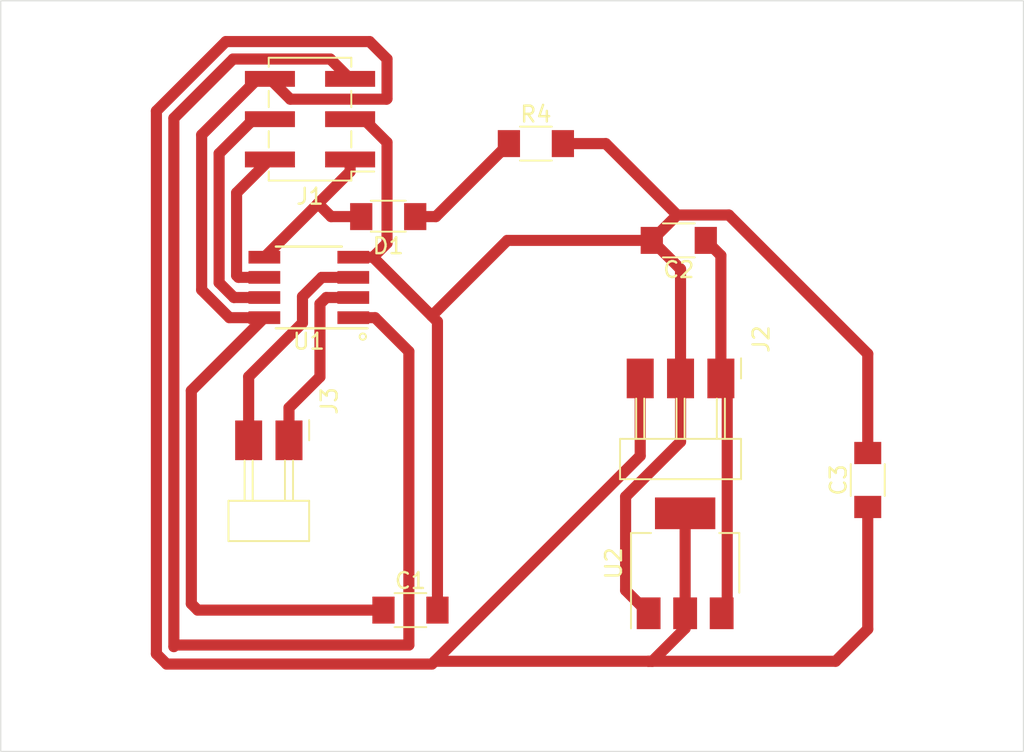
<source format=kicad_pcb>
(kicad_pcb (version 20240108) (generator "pcbnew") (generator_version "8.0")
  (layers (0 "F.Cu" signal) (31 "B.Cu" signal) (34 "B.Paste" user) (35 "F.Paste" user) (36 "B.SilkS" user "B.Silkscreen") (37 "F.SilkS" user "F.Silkscreen") (38 "B.Mask" user) (39 "F.Mask" user) (44 "Edge.Cuts" user))
  (net 0 "")
  (net 1 "PWR_5V")
  (net 2 "PWR_GND")
  (net 3 "/sck")
  (net 4 "/mosi")
  (net 5 "/rst")
  (net 6 "/miso")
  (net 7 "Net-(J3-Pin_1)")
  (net 8 "Net-(J3-Pin_2)")
  (net 9 "Net-(D1-K)")
  (net 10 "/vin")
  (footprint "fab:C_1206" (layer "F.Cu") (at 128.9 72.5 180)
    (property "Reference" "C2" (at 0 -1.85 180) (layer "F.SilkS"))
    (property "Value" "C_1206" (hide yes))
    (fp_line (start 1 1.07) (end -1 1.07) (stroke (width 0.12)) (layer "F.SilkS"))
    (fp_line (start -1 -1.07) (end 1 -1.07) (stroke (width 0.12)) (layer "F.SilkS"))
    (pad "1" smd rect (at -1.7 0 180) (size 1.4 1.7) (layers "F.Cu" "F.Paste" "F.Mask") (net 10 "/vin"))
    (pad "2" smd rect (at 1.7 0 180) (size 1.4 1.7) (layers "F.Cu" "F.Paste" "F.Mask") (net 2 "PWR_GND"))
  )
  (footprint "fab:LED_1206" (layer "F.Cu") (at 110.6 71 180)
    (property "Reference" "D1" (at 0 -1.85 180) (layer "F.SilkS"))
    (property "Value" "LED_1206" (hide yes))
    (fp_line (start -1.1 1) (end 1.1 1) (stroke (width 0.12)) (layer "F.SilkS"))
    (fp_line (start -1.1 -0.95) (end 1.1 -0.95) (stroke (width 0.12)) (layer "F.SilkS"))
    (pad "1" smd rect (at -1.7 0 180) (size 1.4 1.7) (layers "F.Cu" "F.Paste" "F.Mask") (net 9 "Net-(D1-K)"))
    (pad "2" smd rect (at 1.7 0 180) (size 1.4 1.7) (layers "F.Cu" "F.Paste" "F.Mask") (net 4 "/mosi"))
  )
  (footprint "fab:PinHeader_1x02_P2.54mm_Horizontal_SMD" (layer "F.Cu") (at 104.35 85.1 -90)
    (property "Reference" "J3" (at -1.524 -2.54 90) (layer "F.SilkS") (effects (justify left)))
    (property "Value" "Conn_PinHeader_1x02_P2.54mm_Horizontal_SMD" (hide yes))
    (fp_line (start 3.81 3.81) (end 3.81 -1.27) (stroke (width 0.12)) (layer "F.SilkS"))
    (fp_line (start 6.35 3.81) (end 3.81 3.81) (stroke (width 0.12)) (layer "F.SilkS"))
    (fp_line (start 3.81 2.794) (end 1.27 2.794) (stroke (width 0.12)) (layer "F.SilkS"))
    (fp_line (start 3.81 2.286) (end 1.27 2.286) (stroke (width 0.12)) (layer "F.SilkS"))
    (fp_line (start 3.81 0.254) (end 1.27 0.254) (stroke (width 0.12)) (layer "F.SilkS"))
    (fp_line (start 3.81 -0.254) (end 1.27 -0.254) (stroke (width 0.12)) (layer "F.SilkS"))
    (fp_line (start -1.27 -1.27) (end 0 -1.27) (stroke (width 0.12)) (layer "F.SilkS"))
    (fp_line (start 3.81 -1.27) (end 6.35 -1.27) (stroke (width 0.12)) (layer "F.SilkS"))
    (fp_line (start 6.35 -1.27) (end 6.35 3.81) (stroke (width 0.12)) (layer "F.SilkS"))
    (pad "1" smd rect (at 0 0 270) (size 2.5 1.7) (layers "F.Cu" "F.Paste" "F.Mask") (net 7 "Net-(J3-Pin_1)"))
    (pad "2" smd rect (at 0 2.54 270) (size 2.5 1.7) (layers "F.Cu" "F.Paste" "F.Mask") (net 8 "Net-(J3-Pin_2)"))
  )
  (footprint "fab:SOIC-8_3.9x4.9mm_P1.27mm" (layer "F.Cu") (at 105.6 75.465 180)
    (property "Reference" "U1" (at 0 -3.4 180) (layer "F.SilkS"))
    (property "Value" "Microcontroller_ATtiny45V-10SU" (hide yes))
    (fp_line (start -2.075 2.575) (end 2.075 2.575) (stroke (width 0.15)) (layer "F.SilkS"))
    (fp_line (start -3.69 -2.575) (end 2.075 -2.575) (stroke (width 0.15)) (layer "F.SilkS"))
    (fp_circle (center -3.4 -3.1) (end -3.2 -3.1) (stroke (width 0.12)) (fill none) (layer "F.SilkS"))
    (pad "1" smd rect (at -2.8 -1.905 180) (size 2 0.8) (layers "F.Cu" "F.Paste" "F.Mask") (net 5 "/rst"))
    (pad "2" smd rect (at -2.8 -0.635 180) (size 2 0.8) (layers "F.Cu" "F.Paste" "F.Mask") (net 7 "Net-(J3-Pin_1)"))
    (pad "3" smd rect (at -2.8 0.635 180) (size 2 0.8) (layers "F.Cu" "F.Paste" "F.Mask") (net 8 "Net-(J3-Pin_2)"))
    (pad "4" smd rect (at -2.8 1.905 180) (size 2 0.8) (layers "F.Cu" "F.Paste" "F.Mask") (net 2 "PWR_GND"))
    (pad "5" smd rect (at 2.8 1.905 180) (size 2 0.8) (layers "F.Cu" "F.Paste" "F.Mask") (net 4 "/mosi"))
    (pad "6" smd rect (at 2.8 0.635 180) (size 2 0.8) (layers "F.Cu" "F.Paste" "F.Mask") (net 6 "/miso"))
    (pad "7" smd rect (at 2.8 -0.635 180) (size 2 0.8) (layers "F.Cu" "F.Paste" "F.Mask") (net 3 "/sck"))
    (pad "8" smd rect (at 2.8 -1.905 180) (size 2 0.8) (layers "F.Cu" "F.Paste" "F.Mask") (net 1 "PWR_5V"))
  )
  (footprint "fab:R_1206" (layer "F.Cu") (at 119.9 66.4)
    (property "Reference" "R4" (at 0 -1.85 0) (layer "F.SilkS"))
    (property "Value" "R_1206" (hide yes))
    (fp_line (start -1 -1.07) (end 1 -1.07) (stroke (width 0.12)) (layer "F.SilkS"))
    (fp_line (start 1 1.07) (end -1 1.07) (stroke (width 0.12)) (layer "F.SilkS"))
    (pad "1" smd rect (at -1.7 0) (size 1.4 1.7) (layers "F.Cu" "F.Paste" "F.Mask") (net 9 "Net-(D1-K)"))
    (pad "2" smd rect (at 1.7 0) (size 1.4 1.7) (layers "F.Cu" "F.Paste" "F.Mask") (net 2 "PWR_GND"))
  )
  (footprint "fab:C_1206" (layer "F.Cu") (at 112 95.8)
    (property "Reference" "C1" (at 0 -1.85 0) (layer "F.SilkS"))
    (property "Value" "C_1206" (hide yes))
    (fp_line (start -1 -1.07) (end 1 -1.07) (stroke (width 0.12)) (layer "F.SilkS"))
    (fp_line (start 1 1.07) (end -1 1.07) (stroke (width 0.12)) (layer "F.SilkS"))
    (pad "1" smd rect (at -1.7 0) (size 1.4 1.7) (layers "F.Cu" "F.Paste" "F.Mask") (net 1 "PWR_5V"))
    (pad "2" smd rect (at 1.7 0) (size 1.4 1.7) (layers "F.Cu" "F.Paste" "F.Mask") (net 2 "PWR_GND"))
  )
  (footprint "fab:PinHeader_2x03_P2.54mm_Vertical_SMD" (layer "F.Cu") (at 105.675 64.86 180)
    (property "Reference" "J1" (at 0 -4.87 180) (layer "F.SilkS"))
    (property "Value" "Conn_PinHeader_2x03_P2.54mm_Vertical_SMD" (hide yes))
    (fp_line (start 2.6 3.3) (end 2.6 3.87) (stroke (width 0.12)) (layer "F.SilkS"))
    (fp_line (start 2.6 0.76) (end 2.6 1.78) (stroke (width 0.12)) (layer "F.SilkS"))
    (fp_line (start 2.6 -1.78) (end 2.6 -0.76) (stroke (width 0.12)) (layer "F.SilkS"))
    (fp_line (start 2.6 -3.87) (end 2.6 -3.3) (stroke (width 0.12)) (layer "F.SilkS"))
    (fp_line (start -2.6 3.87) (end 2.6 3.87) (stroke (width 0.12)) (layer "F.SilkS"))
    (fp_line (start -2.6 3.3) (end -2.6 3.87) (stroke (width 0.12)) (layer "F.SilkS"))
    (fp_line (start -2.6 0.76) (end -2.6 1.78) (stroke (width 0.12)) (layer "F.SilkS"))
    (fp_line (start -2.6 -1.78) (end -2.6 -0.76) (stroke (width 0.12)) (layer "F.SilkS"))
    (fp_line (start -2.6 -3.87) (end 2.6 -3.87) (stroke (width 0.12)) (layer "F.SilkS"))
    (fp_line (start -2.6 -3.87) (end -2.6 -3.3) (stroke (width 0.12)) (layer "F.SilkS"))
    (fp_line (start -4.04 -3.3) (end -2.6 -3.3) (stroke (width 0.12)) (layer "F.SilkS"))
    (pad "1" smd rect (at -2.525 -2.54 180) (size 3.15 1) (layers "F.Cu" "F.Paste" "F.Mask") (net 4 "/mosi"))
    (pad "2" smd rect (at 2.525 -2.54 180) (size 3.15 1) (layers "F.Cu" "F.Paste" "F.Mask") (net 6 "/miso"))
    (pad "3" smd rect (at -2.525 0 180) (size 3.15 1) (layers "F.Cu" "F.Paste" "F.Mask") (net 2 "PWR_GND"))
    (pad "4" smd rect (at 2.525 0 180) (size 3.15 1) (layers "F.Cu" "F.Paste" "F.Mask") (net 3 "/sck"))
    (pad "5" smd rect (at -2.525 2.54 180) (size 3.15 1) (layers "F.Cu" "F.Paste" "F.Mask") (net 5 "/rst"))
    (pad "6" smd rect (at 2.525 2.54 180) (size 3.15 1) (layers "F.Cu" "F.Paste" "F.Mask") (net 1 "PWR_5V"))
  )
  (footprint "fab:C_1206" (layer "F.Cu") (at 140.8 87.6 90)
    (property "Reference" "C3" (at 0 -1.85 270) (layer "F.SilkS"))
    (property "Value" "C_1206" (hide yes))
    (fp_line (start -1 -1.07) (end 1 -1.07) (stroke (width 0.12)) (layer "F.SilkS"))
    (fp_line (start 1 1.07) (end -1 1.07) (stroke (width 0.12)) (layer "F.SilkS"))
    (pad "1" smd rect (at -1.7 0 90) (size 1.4 1.7) (layers "F.Cu" "F.Paste" "F.Mask") (net 1 "PWR_5V"))
    (pad "2" smd rect (at 1.7 0 90) (size 1.4 1.7) (layers "F.Cu" "F.Paste" "F.Mask") (net 2 "PWR_GND"))
  )
  (footprint "fab:PinHeader_1x03_P2.54mm_Horizontal_SMD" (layer "F.Cu") (at 131.55 81.2 -90)
    (property "Reference" "J2" (at -1.524 -2.54 90) (layer "F.SilkS") (effects (justify left)))
    (property "Value" "Conn_PinHeader_1x03_P2.54mm_Horizontal_SMD" (hide yes))
    (fp_line (start 3.81 6.35) (end 3.81 -1.27) (stroke (width 0.12)) (layer "F.SilkS"))
    (fp_line (start 6.35 6.35) (end 3.81 6.35) (stroke (width 0.12)) (layer "F.SilkS"))
    (fp_line (start 3.81 5.334) (end 1.27 5.334) (stroke (width 0.12)) (layer "F.SilkS"))
    (fp_line (start 3.81 4.826) (end 1.27 4.826) (stroke (width 0.12)) (layer "F.SilkS"))
    (fp_line (start 3.81 2.794) (end 1.27 2.794) (stroke (width 0.12)) (layer "F.SilkS"))
    (fp_line (start 3.81 2.286) (end 1.27 2.286) (stroke (width 0.12)) (layer "F.SilkS"))
    (fp_line (start 3.81 0.254) (end 1.27 0.254) (stroke (width 0.12)) (layer "F.SilkS"))
    (fp_line (start 3.81 -0.254) (end 1.27 -0.254) (stroke (width 0.12)) (layer "F.SilkS"))
    (fp_line (start -1.27 -1.27) (end 0 -1.27) (stroke (width 0.12)) (layer "F.SilkS"))
    (fp_line (start 3.81 -1.27) (end 6.35 -1.27) (stroke (width 0.12)) (layer "F.SilkS"))
    (fp_line (start 6.35 -1.27) (end 6.35 6.35) (stroke (width 0.12)) (layer "F.SilkS"))
    (pad "1" smd rect (at 0 0 270) (size 2.5 1.7) (layers "F.Cu" "F.Paste" "F.Mask") (net 10 "/vin"))
    (pad "2" smd rect (at 0 2.54 270) (size 2.5 1.7) (layers "F.Cu" "F.Paste" "F.Mask") (net 2 "PWR_GND"))
    (pad "3" smd rect (at 0 5.08 270) (size 2.5 1.7) (layers "F.Cu" "F.Paste" "F.Mask") (net 1 "PWR_5V"))
  )
  (footprint "fab:SOT-223-3_TabPin2" (layer "F.Cu") (at 129.3 92.85 90)
    (property "Reference" "U2" (at 0 -4.5 270) (layer "F.SilkS"))
    (property "Value" "Regulator_Linear_5.0V_1A_OnSemi" (hide yes))
    (fp_line (start 1.91 -3.41) (end 1.91 -2.15) (stroke (width 0.12)) (layer "F.SilkS"))
    (fp_line (start -4.1 -3.41) (end 1.91 -3.41) (stroke (width 0.12)) (layer "F.SilkS"))
    (fp_line (start 1.91 3.41) (end 1.91 2.15) (stroke (width 0.12)) (layer "F.SilkS"))
    (fp_line (start -1.85 3.41) (end 1.91 3.41) (stroke (width 0.12)) (layer "F.SilkS"))
    (pad "1" smd rect (at -3.15 -2.3 90) (size 2 1.5) (layers "F.Cu" "F.Paste" "F.Mask") (net 2 "PWR_GND"))
    (pad "2" smd rect (at -3.15 0 90) (size 2 1.5) (layers "F.Cu" "F.Paste" "F.Mask") (net 1 "PWR_5V"))
    (pad "2" smd rect (at 3.15 0 90) (size 2 3.8) (layers "F.Cu" "F.Paste" "F.Mask") (net 1 "PWR_5V"))
    (pad "3" smd rect (at -3.15 2.3 90) (size 2 1.5) (layers "F.Cu" "F.Paste" "F.Mask") (net 10 "/vin"))
  )
  (gr_rect (start 86.2 57.4) (end 150.6 104.7) (stroke (width 0.05)) (fill none) (layer "Edge.Cuts"))
  (segment (start 98.2 81.97) (end 98.2 95.4) (width 0.7) (layer "F.Cu") (net 1))
  (segment (start 113.35 99.2) (end 96.644365 99.2) (width 0.7) (layer "F.Cu") (net 1))
  (segment (start 109.425 59.97) (end 110.525 61.07) (width 0.7) (layer "F.Cu") (net 1))
  (segment (start 126.47 81.2) (end 126.47 86.08) (width 0.7) (layer "F.Cu") (net 1))
  (segment (start 96 98.555635) (end 96 64.344366) (width 0.7) (layer "F.Cu") (net 1))
  (segment (start 102.8 77.37) (end 98.2 81.97) (width 0.7) (layer "F.Cu") (net 1))
  (segment (start 138.775 99.025) (end 140.8 97) (width 0.7) (layer "F.Cu") (net 1))
  (segment (start 102.8 77.37) (end 100.598732 77.37) (width 0.7) (layer "F.Cu") (net 1))
  (segment (start 100.374366 59.97) (end 109.425 59.97) (width 0.7) (layer "F.Cu") (net 1))
  (segment (start 129.3 96.95) (end 127.225 99.025) (width 0.7) (layer "F.Cu") (net 1))
  (segment (start 129.3 96) (end 129.3 96.95) (width 0.7) (layer "F.Cu") (net 1))
  (segment (start 110.525 63.57) (end 110.495 63.6) (width 0.7) (layer "F.Cu") (net 1))
  (segment (start 102.38 62.32) (end 103.15 62.32) (width 0.7) (layer "F.Cu") (net 1))
  (segment (start 96.644365 99.2) (end 96 98.555635) (width 0.7) (layer "F.Cu") (net 1))
  (segment (start 100.598732 77.37) (end 98.85 75.621268) (width 0.7) (layer "F.Cu") (net 1))
  (segment (start 127 99.025) (end 138.775 99.025) (width 0.7) (layer "F.Cu") (net 1))
  (segment (start 140.8 97) (end 140.8 89.3) (width 0.7) (layer "F.Cu") (net 1))
  (segment (start 113.525 99.025) (end 113.35 99.2) (width 0.7) (layer "F.Cu") (net 1))
  (segment (start 98.85 65.85) (end 102.38 62.32) (width 0.7) (layer "F.Cu") (net 1))
  (segment (start 98.2 95.4) (end 98.6 95.8) (width 0.7) (layer "F.Cu") (net 1))
  (segment (start 127 99.025) (end 113.525 99.025) (width 0.7) (layer "F.Cu") (net 1))
  (segment (start 98.85 75.621268) (end 98.85 65.85) (width 0.7) (layer "F.Cu") (net 1))
  (segment (start 104.43 63.6) (end 103.15 62.32) (width 0.7) (layer "F.Cu") (net 1))
  (segment (start 110.495 63.6) (end 104.43 63.6) (width 0.7) (layer "F.Cu") (net 1))
  (segment (start 126.47 86.08) (end 113.525 99.025) (width 0.7) (layer "F.Cu") (net 1))
  (segment (start 129.3 96) (end 129.3 89.7) (width 0.7) (layer "F.Cu") (net 1))
  (segment (start 98.6 95.8) (end 110.3 95.8) (width 0.7) (layer "F.Cu") (net 1))
  (segment (start 127.225 99.025) (end 127 99.025) (width 0.7) (layer "F.Cu") (net 1))
  (segment (start 96 64.344366) (end 100.374366 59.97) (width 0.7) (layer "F.Cu") (net 1))
  (segment (start 110.525 61.07) (end 110.525 63.57) (width 0.7) (layer "F.Cu") (net 1))
  (segment (start 125.55 88.65) (end 129.01 85.19) (width 0.7) (layer "F.Cu") (net 2))
  (segment (start 110.525 72.675) (end 109.64 73.56) (width 0.7) (layer "F.Cu") (net 2))
  (segment (start 140.8 79.65) (end 132.05 70.9) (width 0.7) (layer "F.Cu") (net 2))
  (segment (start 129.01 85.19) (end 129.01 81.2) (width 0.7) (layer "F.Cu") (net 2))
  (segment (start 129.01 81.2) (end 129.01 74.31) (width 0.7) (layer "F.Cu") (net 2))
  (segment (start 113.34 77.26) (end 109.64 73.56) (width 0.7) (layer "F.Cu") (net 2))
  (segment (start 110.525 66.325) (end 110.525 72.675) (width 0.7) (layer "F.Cu") (net 2))
  (segment (start 140.8 85.9) (end 140.8 79.65) (width 0.7) (layer "F.Cu") (net 2))
  (segment (start 129.01 74.31) (end 127.2 72.5) (width 0.7) (layer "F.Cu") (net 2))
  (segment (start 125.55 94.55) (end 125.55 88.65) (width 0.7) (layer "F.Cu") (net 2))
  (segment (start 127 96) (end 125.55 94.55) (width 0.7) (layer "F.Cu") (net 2))
  (segment (start 108.2 64.86) (end 109.06 64.86) (width 0.7) (layer "F.Cu") (net 2))
  (segment (start 127.2 72.5) (end 118.1 72.5) (width 0.7) (layer "F.Cu") (net 2))
  (segment (start 109.64 73.56) (end 108.4 73.56) (width 0.7) (layer "F.Cu") (net 2))
  (segment (start 113.7 77.62) (end 113.34 77.26) (width 0.7) (layer "F.Cu") (net 2))
  (segment (start 128.8 70.9) (end 127.2 72.5) (width 0.7) (layer "F.Cu") (net 2))
  (segment (start 118.1 72.5) (end 113.34 77.26) (width 0.7) (layer "F.Cu") (net 2))
  (segment (start 124.3 66.4) (end 128.8 70.9) (width 0.7) (layer "F.Cu") (net 2))
  (segment (start 132.05 70.9) (end 128.8 70.9) (width 0.7) (layer "F.Cu") (net 2))
  (segment (start 113.7 95.8) (end 113.7 77.62) (width 0.7) (layer "F.Cu") (net 2))
  (segment (start 109.06 64.86) (end 110.525 66.325) (width 0.7) (layer "F.Cu") (net 2))
  (segment (start 121.6 66.4) (end 124.3 66.4) (width 0.7) (layer "F.Cu") (net 2))
  (segment (start 102.8 76.1) (end 100.884366 76.1) (width 0.7) (layer "F.Cu") (net 3))
  (segment (start 99.95 67.025) (end 102.115 64.86) (width 0.7) (layer "F.Cu") (net 3))
  (segment (start 100.884366 76.1) (end 99.95 75.165634) (width 0.7) (layer "F.Cu") (net 3))
  (segment (start 99.95 75.165634) (end 99.95 67.025) (width 0.7) (layer "F.Cu") (net 3))
  (segment (start 102.115 64.86) (end 103.15 64.86) (width 0.7) (layer "F.Cu") (net 3))
  (segment (start 106.18 70.18) (end 108.2 68.16) (width 0.7) (layer "F.Cu") (net 4))
  (segment (start 108.9 71) (end 107 71) (width 0.7) (layer "F.Cu") (net 4))
  (segment (start 107 71) (end 106.18 70.18) (width 0.7) (layer "F.Cu") (net 4))
  (segment (start 102.8 73.56) (end 106.18 70.18) (width 0.7) (layer "F.Cu") (net 4))
  (segment (start 108.2 68.16) (end 108.2 67.4) (width 0.7) (layer "F.Cu") (net 4))
  (segment (start 97.1 64.8) (end 97.1 98.1) (width 0.7) (layer "F.Cu") (net 5))
  (segment (start 106.95 61.07) (end 100.83 61.07) (width 0.7) (layer "F.Cu") (net 5))
  (segment (start 109.77 77.37) (end 108.4 77.37) (width 0.7) (layer "F.Cu") (net 5))
  (segment (start 100.83 61.07) (end 97.1 64.8) (width 0.7) (layer "F.Cu") (net 5))
  (segment (start 97.1 98.1) (end 97.2 98) (width 0.7) (layer "F.Cu") (net 5))
  (segment (start 108.2 62.32) (end 106.95 61.07) (width 0.7) (layer "F.Cu") (net 5))
  (segment (start 111.9 79.5) (end 109.77 77.37) (width 0.7) (layer "F.Cu") (net 5))
  (segment (start 97.2 98) (end 111.9 98) (width 0.7) (layer "F.Cu") (net 5))
  (segment (start 111.9 98) (end 111.9 79.5) (width 0.7) (layer "F.Cu") (net 5))
  (segment (start 101.17 74.83) (end 101.05 74.71) (width 0.7) (layer "F.Cu") (net 6))
  (segment (start 101.05 74.71) (end 101.05 69.5) (width 0.7) (layer "F.Cu") (net 6))
  (segment (start 102.8 74.83) (end 101.17 74.83) (width 0.7) (layer "F.Cu") (net 6))
  (segment (start 101.05 69.5) (end 103.15 67.4) (width 0.7) (layer "F.Cu") (net 6))
  (segment (start 106.7 76.1) (end 108.4 76.1) (width 0.7) (layer "F.Cu") (net 7))
  (segment (start 106.3 81.1) (end 106.3 76.5) (width 0.7) (layer "F.Cu") (net 7))
  (segment (start 104.35 85.1) (end 104.35 83.05) (width 0.7) (layer "F.Cu") (net 7))
  (segment (start 106.3 76.5) (end 106.7 76.1) (width 0.7) (layer "F.Cu") (net 7))
  (segment (start 104.35 83.05) (end 106.3 81.1) (width 0.7) (layer "F.Cu") (net 7))
  (segment (start 106.414366 74.83) (end 108.4 74.83) (width 0.7) (layer "F.Cu") (net 8))
  (segment (start 101.81 85.1) (end 101.81 81.09) (width 0.7) (layer "F.Cu") (net 8))
  (segment (start 105.2 76.044366) (end 106.414366 74.83) (width 0.7) (layer "F.Cu") (net 8))
  (segment (start 105.2 77.7) (end 105.2 76.044366) (width 0.7) (layer "F.Cu") (net 8))
  (segment (start 101.81 81.09) (end 105.2 77.7) (width 0.7) (layer "F.Cu") (net 8))
  (segment (start 113.6 71) (end 118.2 66.4) (width 0.7) (layer "F.Cu") (net 9))
  (segment (start 112.3 71) (end 113.6 71) (width 0.7) (layer "F.Cu") (net 9))
  (segment (start 131.95 81.6) (end 131.55 81.2) (width 0.7) (layer "F.Cu") (net 10))
  (segment (start 131.6 96) (end 131.95 95.65) (width 0.7) (layer "F.Cu") (net 10))
  (segment (start 131.55 73.45) (end 130.6 72.5) (width 0.7) (layer "F.Cu") (net 10))
  (segment (start 131.95 95.65) (end 131.95 81.6) (width 0.7) (layer "F.Cu") (net 10))
  (segment (start 131.55 81.2) (end 131.55 73.45) (width 0.7) (layer "F.Cu") (net 10))
)
</source>
